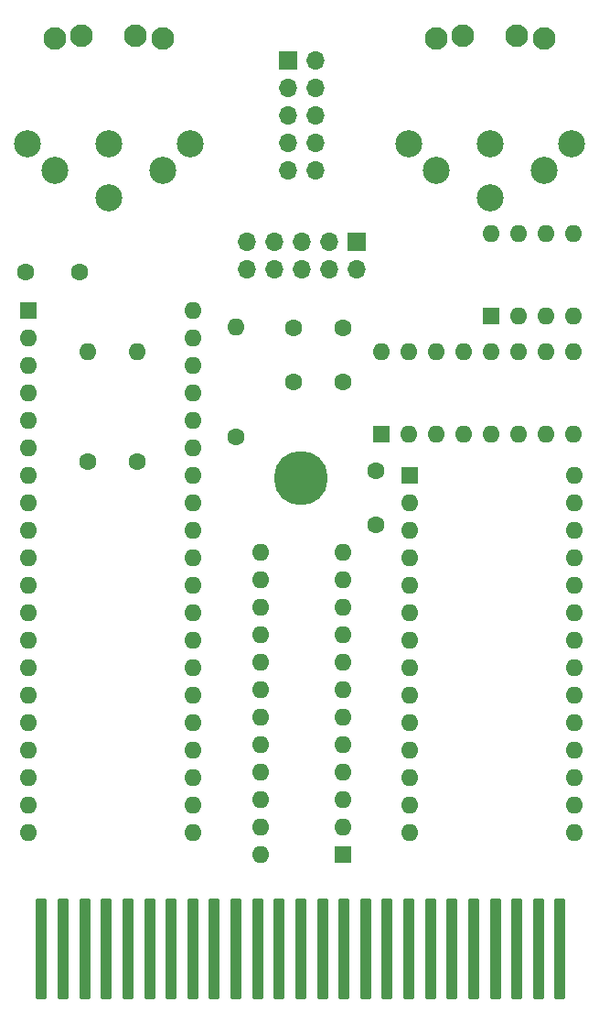
<source format=gts>
G04 #@! TF.GenerationSoftware,KiCad,Pcbnew,6.0.2+dfsg-1*
G04 #@! TF.CreationDate,2025-05-07T23:53:04+02:00*
G04 #@! TF.ProjectId,burstcart,62757273-7463-4617-9274-2e6b69636164,1.1*
G04 #@! TF.SameCoordinates,Original*
G04 #@! TF.FileFunction,Soldermask,Top*
G04 #@! TF.FilePolarity,Negative*
%FSLAX46Y46*%
G04 Gerber Fmt 4.6, Leading zero omitted, Abs format (unit mm)*
G04 Created by KiCad (PCBNEW 6.0.2+dfsg-1) date 2025-05-07 23:53:04*
%MOMM*%
%LPD*%
G01*
G04 APERTURE LIST*
G04 Aperture macros list*
%AMRoundRect*
0 Rectangle with rounded corners*
0 $1 Rounding radius*
0 $2 $3 $4 $5 $6 $7 $8 $9 X,Y pos of 4 corners*
0 Add a 4 corners polygon primitive as box body*
4,1,4,$2,$3,$4,$5,$6,$7,$8,$9,$2,$3,0*
0 Add four circle primitives for the rounded corners*
1,1,$1+$1,$2,$3*
1,1,$1+$1,$4,$5*
1,1,$1+$1,$6,$7*
1,1,$1+$1,$8,$9*
0 Add four rect primitives between the rounded corners*
20,1,$1+$1,$2,$3,$4,$5,0*
20,1,$1+$1,$4,$5,$6,$7,0*
20,1,$1+$1,$6,$7,$8,$9,0*
20,1,$1+$1,$8,$9,$2,$3,0*%
G04 Aperture macros list end*
%ADD10C,1.600000*%
%ADD11R,1.700000X1.700000*%
%ADD12O,1.700000X1.700000*%
%ADD13C,2.100000*%
%ADD14C,2.500000*%
%ADD15R,1.600000X1.600000*%
%ADD16O,1.600000X1.600000*%
%ADD17C,5.000000*%
%ADD18RoundRect,0.163300X-0.337500X-4.512500X0.337500X-4.512500X0.337500X4.512500X-0.337500X4.512500X0*%
G04 APERTURE END LIST*
D10*
X127762000Y-75184000D03*
X122762000Y-75184000D03*
D11*
X147066000Y-55626000D03*
D12*
X149606000Y-55626000D03*
X147066000Y-58166000D03*
X149606000Y-58166000D03*
X147066000Y-60706000D03*
X149606000Y-60706000D03*
X147066000Y-63246000D03*
X149606000Y-63246000D03*
X147066000Y-65786000D03*
X149606000Y-65786000D03*
D13*
X127976000Y-53294000D03*
X125476000Y-53594000D03*
X132976000Y-53294000D03*
X135476000Y-53594000D03*
D14*
X122976000Y-63294000D03*
X125476000Y-65794000D03*
X130476000Y-63294000D03*
X135476000Y-65794000D03*
X137976000Y-63294000D03*
X130476000Y-68294000D03*
D15*
X158375000Y-93965000D03*
D16*
X158375000Y-96505000D03*
X158375000Y-99045000D03*
X158375000Y-101585000D03*
X158375000Y-104125000D03*
X158375000Y-106665000D03*
X158375000Y-109205000D03*
X158375000Y-111745000D03*
X158375000Y-114285000D03*
X158375000Y-116825000D03*
X158375000Y-119365000D03*
X158375000Y-121905000D03*
X158375000Y-124445000D03*
X158375000Y-126985000D03*
X173615000Y-126985000D03*
X173615000Y-124445000D03*
X173615000Y-121905000D03*
X173615000Y-119365000D03*
X173615000Y-116825000D03*
X173615000Y-114285000D03*
X173615000Y-111745000D03*
X173615000Y-109205000D03*
X173615000Y-106665000D03*
X173615000Y-104125000D03*
X173615000Y-101585000D03*
X173615000Y-99045000D03*
X173615000Y-96505000D03*
X173615000Y-93965000D03*
D10*
X155194000Y-98512000D03*
X155194000Y-93512000D03*
X147574000Y-85304000D03*
X147574000Y-80304000D03*
D15*
X165872000Y-79238000D03*
D16*
X168412000Y-79238000D03*
X170952000Y-79238000D03*
X173492000Y-79238000D03*
X173492000Y-71618000D03*
X170952000Y-71618000D03*
X168412000Y-71618000D03*
X165872000Y-71618000D03*
D15*
X155692000Y-90160000D03*
D16*
X158232000Y-90160000D03*
X160772000Y-90160000D03*
X163312000Y-90160000D03*
X165852000Y-90160000D03*
X168392000Y-90160000D03*
X170932000Y-90160000D03*
X173472000Y-90160000D03*
X173472000Y-82540000D03*
X170932000Y-82540000D03*
X168392000Y-82540000D03*
X165852000Y-82540000D03*
X163312000Y-82540000D03*
X160772000Y-82540000D03*
X158232000Y-82540000D03*
X155692000Y-82540000D03*
D17*
X148253100Y-94259600D03*
D18*
X124253100Y-137759600D03*
X126253100Y-137759600D03*
X128253100Y-137759600D03*
X130253100Y-137759600D03*
X132253100Y-137759600D03*
X134253100Y-137759600D03*
X136253100Y-137759600D03*
X138253100Y-137759600D03*
X140253100Y-137759600D03*
X142253100Y-137759600D03*
X144253100Y-137759600D03*
X146253100Y-137759600D03*
X148253100Y-137759600D03*
X150253100Y-137759600D03*
X152253100Y-137759600D03*
X154253100Y-137759600D03*
X156253100Y-137759600D03*
X158253100Y-137759600D03*
X160253100Y-137759600D03*
X162253100Y-137759600D03*
X164253100Y-137759600D03*
X166253100Y-137759600D03*
X168253100Y-137759600D03*
X170253100Y-137759600D03*
X172253100Y-137759600D03*
D11*
X153411000Y-72385000D03*
D12*
X153411000Y-74925000D03*
X150871000Y-72385000D03*
X150871000Y-74925000D03*
X148331000Y-72385000D03*
X148331000Y-74925000D03*
X145791000Y-72385000D03*
X145791000Y-74925000D03*
X143251000Y-72385000D03*
X143251000Y-74925000D03*
D15*
X152146000Y-129032000D03*
D16*
X152146000Y-126492000D03*
X152146000Y-123952000D03*
X152146000Y-121412000D03*
X152146000Y-118872000D03*
X152146000Y-116332000D03*
X152146000Y-113792000D03*
X152146000Y-111252000D03*
X152146000Y-108712000D03*
X152146000Y-106172000D03*
X152146000Y-103632000D03*
X152146000Y-101092000D03*
X144526000Y-101092000D03*
X144526000Y-103632000D03*
X144526000Y-106172000D03*
X144526000Y-108712000D03*
X144526000Y-111252000D03*
X144526000Y-113792000D03*
X144526000Y-116332000D03*
X144526000Y-118872000D03*
X144526000Y-121412000D03*
X144526000Y-123952000D03*
X144526000Y-126492000D03*
X144526000Y-129032000D03*
D10*
X152146000Y-85344000D03*
X152146000Y-80344000D03*
D15*
X123000000Y-78740000D03*
D16*
X123000000Y-81280000D03*
X123000000Y-83820000D03*
X123000000Y-86360000D03*
X123000000Y-88900000D03*
X123000000Y-91440000D03*
X123000000Y-93980000D03*
X123000000Y-96520000D03*
X123000000Y-99060000D03*
X123000000Y-101600000D03*
X123000000Y-104140000D03*
X123000000Y-106680000D03*
X123000000Y-109220000D03*
X123000000Y-111760000D03*
X123000000Y-114300000D03*
X123000000Y-116840000D03*
X123000000Y-119380000D03*
X123000000Y-121920000D03*
X123000000Y-124460000D03*
X123000000Y-127000000D03*
X138240000Y-127000000D03*
X138240000Y-124460000D03*
X138240000Y-121920000D03*
X138240000Y-119380000D03*
X138240000Y-116840000D03*
X138240000Y-114300000D03*
X138240000Y-111760000D03*
X138240000Y-109220000D03*
X138240000Y-106680000D03*
X138240000Y-104140000D03*
X138240000Y-101600000D03*
X138240000Y-99060000D03*
X138240000Y-96520000D03*
X138240000Y-93980000D03*
X138240000Y-91440000D03*
X138240000Y-88900000D03*
X138240000Y-86360000D03*
X138240000Y-83820000D03*
X138240000Y-81280000D03*
X138240000Y-78740000D03*
D10*
X142240000Y-90424000D03*
D16*
X142240000Y-80264000D03*
D13*
X163282000Y-53294000D03*
X160782000Y-53594000D03*
X170782000Y-53594000D03*
X168282000Y-53294000D03*
D14*
X158282000Y-63294000D03*
X160782000Y-65794000D03*
X165782000Y-63294000D03*
X170782000Y-65794000D03*
X173282000Y-63294000D03*
X165782000Y-68294000D03*
D10*
X128524000Y-92710000D03*
D16*
X128524000Y-82550000D03*
D10*
X133096000Y-92710000D03*
D16*
X133096000Y-82550000D03*
M02*

</source>
